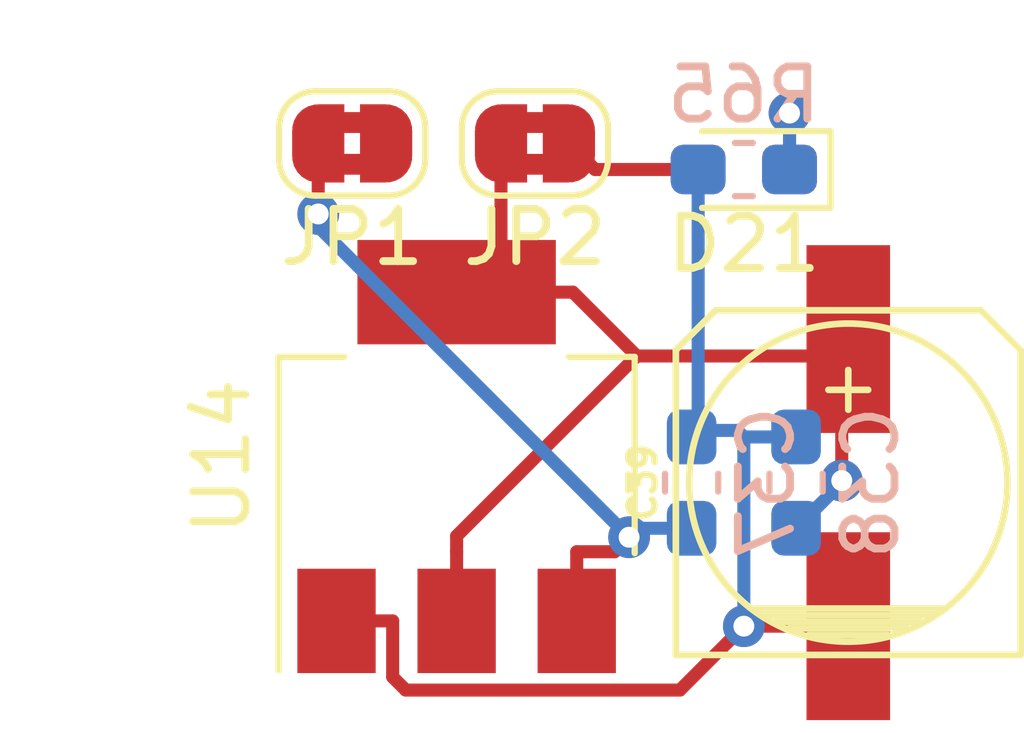
<source format=kicad_pcb>
(kicad_pcb (version 20171130) (host pcbnew 5.0.2-bee76a0~70~ubuntu18.04.1)

  (general
    (thickness 1.6)
    (drawings 0)
    (tracks 44)
    (zones 0)
    (modules 8)
    (nets 7)
  )

  (page A4)
  (layers
    (0 F.Cu signal)
    (31 B.Cu signal)
    (32 B.Adhes user)
    (33 F.Adhes user)
    (34 B.Paste user)
    (35 F.Paste user)
    (36 B.SilkS user)
    (37 F.SilkS user)
    (38 B.Mask user)
    (39 F.Mask user)
    (40 Dwgs.User user)
    (41 Cmts.User user)
    (42 Eco1.User user)
    (43 Eco2.User user)
    (44 Edge.Cuts user)
    (45 Margin user)
    (46 B.CrtYd user)
    (47 F.CrtYd user)
    (48 B.Fab user)
    (49 F.Fab user)
  )

  (setup
    (last_trace_width 0.25)
    (trace_clearance 0.2)
    (zone_clearance 0.508)
    (zone_45_only no)
    (trace_min 0.2)
    (segment_width 0.2)
    (edge_width 0.1)
    (via_size 0.8)
    (via_drill 0.4)
    (via_min_size 0.4)
    (via_min_drill 0.3)
    (uvia_size 0.3)
    (uvia_drill 0.1)
    (uvias_allowed no)
    (uvia_min_size 0.2)
    (uvia_min_drill 0.1)
    (pcb_text_width 0.3)
    (pcb_text_size 1.5 1.5)
    (mod_edge_width 0.15)
    (mod_text_size 1 1)
    (mod_text_width 0.15)
    (pad_size 1.5 1.5)
    (pad_drill 0.6)
    (pad_to_mask_clearance 0)
    (solder_mask_min_width 0.25)
    (aux_axis_origin 0 0)
    (visible_elements FFFFEF7F)
    (pcbplotparams
      (layerselection 0x010fc_ffffffff)
      (usegerberextensions false)
      (usegerberattributes false)
      (usegerberadvancedattributes false)
      (creategerberjobfile false)
      (excludeedgelayer true)
      (linewidth 0.100000)
      (plotframeref false)
      (viasonmask false)
      (mode 1)
      (useauxorigin false)
      (hpglpennumber 1)
      (hpglpenspeed 20)
      (hpglpendiameter 15.000000)
      (psnegative false)
      (psa4output false)
      (plotreference true)
      (plotvalue true)
      (plotinvisibletext false)
      (padsonsilk false)
      (subtractmaskfromsilk false)
      (outputformat 1)
      (mirror false)
      (drillshape 1)
      (scaleselection 1)
      (outputdirectory ""))
  )

  (net 0 "")
  (net 1 "Net-(C38-Pad1)")
  (net 2 GND)
  (net 3 "Net-(D21-Pad1)")
  (net 4 "Net-(C37-Pad1)")
  (net 5 +3V3)
  (net 6 +5V)

  (net_class Default "This is the default net class."
    (clearance 0.2)
    (trace_width 0.25)
    (via_dia 0.8)
    (via_drill 0.4)
    (uvia_dia 0.3)
    (uvia_drill 0.1)
    (add_net +3V3)
    (add_net +5V)
    (add_net GND)
    (add_net "Net-(C37-Pad1)")
    (add_net "Net-(C38-Pad1)")
    (add_net "Net-(D21-Pad1)")
  )

  (module Capacitor_SMD:C_0603_1608Metric_Pad1.05x0.95mm_HandSolder (layer B.Cu) (tedit 5B301BBE) (tstamp 5CC4B10A)
    (at 26 23 90)
    (descr "Capacitor SMD 0603 (1608 Metric), square (rectangular) end terminal, IPC_7351 nominal with elongated pad for handsoldering. (Body size source: http://www.tortai-tech.com/upload/download/2011102023233369053.pdf), generated with kicad-footprint-generator")
    (tags "capacitor handsolder")
    (path /5C0D4465)
    (attr smd)
    (fp_text reference C38 (at 0 1.43 90) (layer B.SilkS)
      (effects (font (size 1 1) (thickness 0.15)) (justify mirror))
    )
    (fp_text value C104,0603 (at 0 -1.43 90) (layer B.Fab)
      (effects (font (size 1 1) (thickness 0.15)) (justify mirror))
    )
    (fp_text user %R (at 0 0 90) (layer B.Fab)
      (effects (font (size 0.4 0.4) (thickness 0.06)) (justify mirror))
    )
    (fp_line (start 1.65 -0.73) (end -1.65 -0.73) (layer B.CrtYd) (width 0.05))
    (fp_line (start 1.65 0.73) (end 1.65 -0.73) (layer B.CrtYd) (width 0.05))
    (fp_line (start -1.65 0.73) (end 1.65 0.73) (layer B.CrtYd) (width 0.05))
    (fp_line (start -1.65 -0.73) (end -1.65 0.73) (layer B.CrtYd) (width 0.05))
    (fp_line (start -0.171267 -0.51) (end 0.171267 -0.51) (layer B.SilkS) (width 0.12))
    (fp_line (start -0.171267 0.51) (end 0.171267 0.51) (layer B.SilkS) (width 0.12))
    (fp_line (start 0.8 -0.4) (end -0.8 -0.4) (layer B.Fab) (width 0.1))
    (fp_line (start 0.8 0.4) (end 0.8 -0.4) (layer B.Fab) (width 0.1))
    (fp_line (start -0.8 0.4) (end 0.8 0.4) (layer B.Fab) (width 0.1))
    (fp_line (start -0.8 -0.4) (end -0.8 0.4) (layer B.Fab) (width 0.1))
    (pad 2 smd roundrect (at 0.875 0 90) (size 1.05 0.95) (layers B.Cu B.Paste B.Mask) (roundrect_rratio 0.25)
      (net 2 GND))
    (pad 1 smd roundrect (at -0.875 0 90) (size 1.05 0.95) (layers B.Cu B.Paste B.Mask) (roundrect_rratio 0.25)
      (net 1 "Net-(C38-Pad1)"))
    (model ${KISYS3DMOD}/Capacitor_SMD.3dshapes/C_0603_1608Metric.wrl
      (at (xyz 0 0 0))
      (scale (xyz 1 1 1))
      (rotate (xyz 0 0 0))
    )
  )

  (module Capacitor_SMD:C_0603_1608Metric_Pad1.05x0.95mm_HandSolder (layer B.Cu) (tedit 5B301BBE) (tstamp 5CC4B0F9)
    (at 24 23 90)
    (descr "Capacitor SMD 0603 (1608 Metric), square (rectangular) end terminal, IPC_7351 nominal with elongated pad for handsoldering. (Body size source: http://www.tortai-tech.com/upload/download/2011102023233369053.pdf), generated with kicad-footprint-generator")
    (tags "capacitor handsolder")
    (path /5C0AD74D)
    (attr smd)
    (fp_text reference C37 (at 0 1.43 90) (layer B.SilkS)
      (effects (font (size 1 1) (thickness 0.15)) (justify mirror))
    )
    (fp_text value C104,0603 (at 0 -1.43 90) (layer B.Fab)
      (effects (font (size 1 1) (thickness 0.15)) (justify mirror))
    )
    (fp_line (start -0.8 -0.4) (end -0.8 0.4) (layer B.Fab) (width 0.1))
    (fp_line (start -0.8 0.4) (end 0.8 0.4) (layer B.Fab) (width 0.1))
    (fp_line (start 0.8 0.4) (end 0.8 -0.4) (layer B.Fab) (width 0.1))
    (fp_line (start 0.8 -0.4) (end -0.8 -0.4) (layer B.Fab) (width 0.1))
    (fp_line (start -0.171267 0.51) (end 0.171267 0.51) (layer B.SilkS) (width 0.12))
    (fp_line (start -0.171267 -0.51) (end 0.171267 -0.51) (layer B.SilkS) (width 0.12))
    (fp_line (start -1.65 -0.73) (end -1.65 0.73) (layer B.CrtYd) (width 0.05))
    (fp_line (start -1.65 0.73) (end 1.65 0.73) (layer B.CrtYd) (width 0.05))
    (fp_line (start 1.65 0.73) (end 1.65 -0.73) (layer B.CrtYd) (width 0.05))
    (fp_line (start 1.65 -0.73) (end -1.65 -0.73) (layer B.CrtYd) (width 0.05))
    (fp_text user %R (at 0 0 90) (layer B.Fab)
      (effects (font (size 0.4 0.4) (thickness 0.06)) (justify mirror))
    )
    (pad 1 smd roundrect (at -0.875 0 90) (size 1.05 0.95) (layers B.Cu B.Paste B.Mask) (roundrect_rratio 0.25)
      (net 4 "Net-(C37-Pad1)"))
    (pad 2 smd roundrect (at 0.875 0 90) (size 1.05 0.95) (layers B.Cu B.Paste B.Mask) (roundrect_rratio 0.25)
      (net 2 GND))
    (model ${KISYS3DMOD}/Capacitor_SMD.3dshapes/C_0603_1608Metric.wrl
      (at (xyz 0 0 0))
      (scale (xyz 1 1 1))
      (rotate (xyz 0 0 0))
    )
  )

  (module Jumper:SolderJumper-2_P1.3mm_Bridged2Bar_RoundedPad1.0x1.5mm (layer F.Cu) (tedit 5B3916F8) (tstamp 5CC4B0E8)
    (at 21 16.5 180)
    (descr "SMD Solder Jumper, 1x1.5mm, rounded Pads, 0.3mm gap, bridged with 2 copper strips")
    (tags "solder jumper open")
    (path /5C148F3B)
    (attr virtual)
    (fp_text reference JP2 (at 0 -1.8 180) (layer F.SilkS)
      (effects (font (size 1 1) (thickness 0.15)))
    )
    (fp_text value Jumper_NO_Small (at 0 1.9 180) (layer F.Fab)
      (effects (font (size 1 1) (thickness 0.15)))
    )
    (fp_line (start 1.65 1.25) (end -1.65 1.25) (layer F.CrtYd) (width 0.05))
    (fp_line (start 1.65 1.25) (end 1.65 -1.25) (layer F.CrtYd) (width 0.05))
    (fp_line (start -1.65 -1.25) (end -1.65 1.25) (layer F.CrtYd) (width 0.05))
    (fp_line (start -1.65 -1.25) (end 1.65 -1.25) (layer F.CrtYd) (width 0.05))
    (fp_line (start -0.7 -1) (end 0.7 -1) (layer F.SilkS) (width 0.12))
    (fp_line (start 1.4 -0.3) (end 1.4 0.3) (layer F.SilkS) (width 0.12))
    (fp_line (start 0.7 1) (end -0.7 1) (layer F.SilkS) (width 0.12))
    (fp_line (start -1.4 0.3) (end -1.4 -0.3) (layer F.SilkS) (width 0.12))
    (fp_arc (start -0.7 -0.3) (end -0.7 -1) (angle -90) (layer F.SilkS) (width 0.12))
    (fp_arc (start -0.7 0.3) (end -1.4 0.3) (angle -90) (layer F.SilkS) (width 0.12))
    (fp_arc (start 0.7 0.3) (end 0.7 1) (angle -90) (layer F.SilkS) (width 0.12))
    (fp_arc (start 0.7 -0.3) (end 1.4 -0.3) (angle -90) (layer F.SilkS) (width 0.12))
    (pad 2 smd custom (at 0.65 0 180) (size 1 0.5) (layers F.Cu F.Mask)
      (net 1 "Net-(C38-Pad1)") (zone_connect 0)
      (options (clearance outline) (anchor rect))
      (primitives
        (gr_circle (center 0 0.25) (end 0.5 0.25) (width 0))
        (gr_circle (center 0 -0.25) (end 0.5 -0.25) (width 0))
        (gr_poly (pts
           (xy -0.5 0.75) (xy -0.5 -0.75) (xy 0 -0.75) (xy 0 0.75)) (width 0))
      ))
    (pad 1 smd custom (at -0.65 0 180) (size 1 0.5) (layers F.Cu F.Mask)
      (net 5 +3V3) (zone_connect 0)
      (options (clearance outline) (anchor rect))
      (primitives
        (gr_circle (center 0 0.25) (end 0.5 0.25) (width 0))
        (gr_circle (center 0 -0.25) (end 0.5 -0.25) (width 0))
        (gr_poly (pts
           (xy 0.5 0.75) (xy 0.5 -0.75) (xy 0 -0.75) (xy 0 0.75)) (width 0))
        (gr_poly (pts
           (xy 0.4 0.2) (xy 0.9 0.2) (xy 0.9 0.6) (xy 0.4 0.6)) (width 0))
        (gr_poly (pts
           (xy 0.4 -0.6) (xy 0.9 -0.6) (xy 0.9 -0.2) (xy 0.4 -0.2)) (width 0))
      ))
  )

  (module Jumper:SolderJumper-2_P1.3mm_Bridged2Bar_RoundedPad1.0x1.5mm (layer F.Cu) (tedit 5B3916F8) (tstamp 5CC4B0D6)
    (at 17.5 16.5 180)
    (descr "SMD Solder Jumper, 1x1.5mm, rounded Pads, 0.3mm gap, bridged with 2 copper strips")
    (tags "solder jumper open")
    (path /5C148323)
    (attr virtual)
    (fp_text reference JP1 (at 0 -1.8 180) (layer F.SilkS)
      (effects (font (size 1 1) (thickness 0.15)))
    )
    (fp_text value Jumper_NO_Small (at 0 1.9 180) (layer F.Fab)
      (effects (font (size 1 1) (thickness 0.15)))
    )
    (fp_arc (start 0.7 -0.3) (end 1.4 -0.3) (angle -90) (layer F.SilkS) (width 0.12))
    (fp_arc (start 0.7 0.3) (end 0.7 1) (angle -90) (layer F.SilkS) (width 0.12))
    (fp_arc (start -0.7 0.3) (end -1.4 0.3) (angle -90) (layer F.SilkS) (width 0.12))
    (fp_arc (start -0.7 -0.3) (end -0.7 -1) (angle -90) (layer F.SilkS) (width 0.12))
    (fp_line (start -1.4 0.3) (end -1.4 -0.3) (layer F.SilkS) (width 0.12))
    (fp_line (start 0.7 1) (end -0.7 1) (layer F.SilkS) (width 0.12))
    (fp_line (start 1.4 -0.3) (end 1.4 0.3) (layer F.SilkS) (width 0.12))
    (fp_line (start -0.7 -1) (end 0.7 -1) (layer F.SilkS) (width 0.12))
    (fp_line (start -1.65 -1.25) (end 1.65 -1.25) (layer F.CrtYd) (width 0.05))
    (fp_line (start -1.65 -1.25) (end -1.65 1.25) (layer F.CrtYd) (width 0.05))
    (fp_line (start 1.65 1.25) (end 1.65 -1.25) (layer F.CrtYd) (width 0.05))
    (fp_line (start 1.65 1.25) (end -1.65 1.25) (layer F.CrtYd) (width 0.05))
    (pad 1 smd custom (at -0.65 0 180) (size 1 0.5) (layers F.Cu F.Mask)
      (net 6 +5V) (zone_connect 0)
      (options (clearance outline) (anchor rect))
      (primitives
        (gr_circle (center 0 0.25) (end 0.5 0.25) (width 0))
        (gr_circle (center 0 -0.25) (end 0.5 -0.25) (width 0))
        (gr_poly (pts
           (xy 0.5 0.75) (xy 0.5 -0.75) (xy 0 -0.75) (xy 0 0.75)) (width 0))
        (gr_poly (pts
           (xy 0.4 0.2) (xy 0.9 0.2) (xy 0.9 0.6) (xy 0.4 0.6)) (width 0))
        (gr_poly (pts
           (xy 0.4 -0.6) (xy 0.9 -0.6) (xy 0.9 -0.2) (xy 0.4 -0.2)) (width 0))
      ))
    (pad 2 smd custom (at 0.65 0 180) (size 1 0.5) (layers F.Cu F.Mask)
      (net 4 "Net-(C37-Pad1)") (zone_connect 0)
      (options (clearance outline) (anchor rect))
      (primitives
        (gr_circle (center 0 0.25) (end 0.5 0.25) (width 0))
        (gr_circle (center 0 -0.25) (end 0.5 -0.25) (width 0))
        (gr_poly (pts
           (xy -0.5 0.75) (xy -0.5 -0.75) (xy 0 -0.75) (xy 0 0.75)) (width 0))
      ))
  )

  (module LED_SMD:LED_0603_1608Metric_Pad1.05x0.95mm_HandSolder (layer F.Cu) (tedit 5B4B45C9) (tstamp 5CC4B0C4)
    (at 25 17 180)
    (descr "LED SMD 0603 (1608 Metric), square (rectangular) end terminal, IPC_7351 nominal, (Body size source: http://www.tortai-tech.com/upload/download/2011102023233369053.pdf), generated with kicad-footprint-generator")
    (tags "LED handsolder")
    (path /5C0D46AA)
    (attr smd)
    (fp_text reference D21 (at 0 -1.43 180) (layer F.SilkS)
      (effects (font (size 1 1) (thickness 0.15)))
    )
    (fp_text value "3v3 HEALTHY" (at 0 1.43 180) (layer F.Fab)
      (effects (font (size 1 1) (thickness 0.15)))
    )
    (fp_line (start 0.8 -0.4) (end -0.5 -0.4) (layer F.Fab) (width 0.1))
    (fp_line (start -0.5 -0.4) (end -0.8 -0.1) (layer F.Fab) (width 0.1))
    (fp_line (start -0.8 -0.1) (end -0.8 0.4) (layer F.Fab) (width 0.1))
    (fp_line (start -0.8 0.4) (end 0.8 0.4) (layer F.Fab) (width 0.1))
    (fp_line (start 0.8 0.4) (end 0.8 -0.4) (layer F.Fab) (width 0.1))
    (fp_line (start 0.8 -0.735) (end -1.66 -0.735) (layer F.SilkS) (width 0.12))
    (fp_line (start -1.66 -0.735) (end -1.66 0.735) (layer F.SilkS) (width 0.12))
    (fp_line (start -1.66 0.735) (end 0.8 0.735) (layer F.SilkS) (width 0.12))
    (fp_line (start -1.65 0.73) (end -1.65 -0.73) (layer F.CrtYd) (width 0.05))
    (fp_line (start -1.65 -0.73) (end 1.65 -0.73) (layer F.CrtYd) (width 0.05))
    (fp_line (start 1.65 -0.73) (end 1.65 0.73) (layer F.CrtYd) (width 0.05))
    (fp_line (start 1.65 0.73) (end -1.65 0.73) (layer F.CrtYd) (width 0.05))
    (fp_text user %R (at 0 0 180) (layer F.Fab)
      (effects (font (size 0.4 0.4) (thickness 0.06)))
    )
    (pad 1 smd roundrect (at -0.875 0 180) (size 1.05 0.95) (layers F.Cu F.Paste F.Mask) (roundrect_rratio 0.25)
      (net 3 "Net-(D21-Pad1)"))
    (pad 2 smd roundrect (at 0.875 0 180) (size 1.05 0.95) (layers F.Cu F.Paste F.Mask) (roundrect_rratio 0.25)
      (net 5 +3V3))
    (model ${KISYS3DMOD}/LED_SMD.3dshapes/LED_0603_1608Metric.wrl
      (at (xyz 0 0 0))
      (scale (xyz 1 1 1))
      (rotate (xyz 0 0 0))
    )
  )

  (module Package_TO_SOT_SMD:SOT-223-3_TabPin2 (layer F.Cu) (tedit 5A02FF57) (tstamp 5CC4B0B1)
    (at 19.5 22.5 90)
    (descr "module CMS SOT223 4 pins")
    (tags "CMS SOT")
    (path /5C0AD747)
    (attr smd)
    (fp_text reference U14 (at 0 -4.5 90) (layer F.SilkS)
      (effects (font (size 1 1) (thickness 0.15)))
    )
    (fp_text value AMS1117-3.3 (at 0 4.5 90) (layer F.Fab)
      (effects (font (size 1 1) (thickness 0.15)))
    )
    (fp_text user %R (at 0 0 180) (layer F.Fab)
      (effects (font (size 0.8 0.8) (thickness 0.12)))
    )
    (fp_line (start 1.91 3.41) (end 1.91 2.15) (layer F.SilkS) (width 0.12))
    (fp_line (start 1.91 -3.41) (end 1.91 -2.15) (layer F.SilkS) (width 0.12))
    (fp_line (start 4.4 -3.6) (end -4.4 -3.6) (layer F.CrtYd) (width 0.05))
    (fp_line (start 4.4 3.6) (end 4.4 -3.6) (layer F.CrtYd) (width 0.05))
    (fp_line (start -4.4 3.6) (end 4.4 3.6) (layer F.CrtYd) (width 0.05))
    (fp_line (start -4.4 -3.6) (end -4.4 3.6) (layer F.CrtYd) (width 0.05))
    (fp_line (start -1.85 -2.35) (end -0.85 -3.35) (layer F.Fab) (width 0.1))
    (fp_line (start -1.85 -2.35) (end -1.85 3.35) (layer F.Fab) (width 0.1))
    (fp_line (start -1.85 3.41) (end 1.91 3.41) (layer F.SilkS) (width 0.12))
    (fp_line (start -0.85 -3.35) (end 1.85 -3.35) (layer F.Fab) (width 0.1))
    (fp_line (start -4.1 -3.41) (end 1.91 -3.41) (layer F.SilkS) (width 0.12))
    (fp_line (start -1.85 3.35) (end 1.85 3.35) (layer F.Fab) (width 0.1))
    (fp_line (start 1.85 -3.35) (end 1.85 3.35) (layer F.Fab) (width 0.1))
    (pad 2 smd rect (at 3.15 0 90) (size 2 3.8) (layers F.Cu F.Paste F.Mask)
      (net 1 "Net-(C38-Pad1)"))
    (pad 2 smd rect (at -3.15 0 90) (size 2 1.5) (layers F.Cu F.Paste F.Mask)
      (net 1 "Net-(C38-Pad1)"))
    (pad 3 smd rect (at -3.15 2.3 90) (size 2 1.5) (layers F.Cu F.Paste F.Mask)
      (net 4 "Net-(C37-Pad1)"))
    (pad 1 smd rect (at -3.15 -2.3 90) (size 2 1.5) (layers F.Cu F.Paste F.Mask)
      (net 2 GND))
    (model ${KISYS3DMOD}/Package_TO_SOT_SMD.3dshapes/SOT-223.wrl
      (at (xyz 0 0 0))
      (scale (xyz 1 1 1))
      (rotate (xyz 0 0 0))
    )
  )

  (module Resistor_SMD:R_0603_1608Metric_Pad1.05x0.95mm_HandSolder (layer B.Cu) (tedit 5B301BBD) (tstamp 5CC4B09B)
    (at 25 17 180)
    (descr "Resistor SMD 0603 (1608 Metric), square (rectangular) end terminal, IPC_7351 nominal with elongated pad for handsoldering. (Body size source: http://www.tortai-tech.com/upload/download/2011102023233369053.pdf), generated with kicad-footprint-generator")
    (tags "resistor handsolder")
    (path /5C0C1058)
    (attr smd)
    (fp_text reference R65 (at 0 1.43 180) (layer B.SilkS)
      (effects (font (size 1 1) (thickness 0.15)) (justify mirror))
    )
    (fp_text value R102,0603 (at 0 -1.43 180) (layer B.Fab)
      (effects (font (size 1 1) (thickness 0.15)) (justify mirror))
    )
    (fp_line (start -0.8 -0.4) (end -0.8 0.4) (layer B.Fab) (width 0.1))
    (fp_line (start -0.8 0.4) (end 0.8 0.4) (layer B.Fab) (width 0.1))
    (fp_line (start 0.8 0.4) (end 0.8 -0.4) (layer B.Fab) (width 0.1))
    (fp_line (start 0.8 -0.4) (end -0.8 -0.4) (layer B.Fab) (width 0.1))
    (fp_line (start -0.171267 0.51) (end 0.171267 0.51) (layer B.SilkS) (width 0.12))
    (fp_line (start -0.171267 -0.51) (end 0.171267 -0.51) (layer B.SilkS) (width 0.12))
    (fp_line (start -1.65 -0.73) (end -1.65 0.73) (layer B.CrtYd) (width 0.05))
    (fp_line (start -1.65 0.73) (end 1.65 0.73) (layer B.CrtYd) (width 0.05))
    (fp_line (start 1.65 0.73) (end 1.65 -0.73) (layer B.CrtYd) (width 0.05))
    (fp_line (start 1.65 -0.73) (end -1.65 -0.73) (layer B.CrtYd) (width 0.05))
    (fp_text user %R (at 0 0 180) (layer B.Fab)
      (effects (font (size 0.4 0.4) (thickness 0.06)) (justify mirror))
    )
    (pad 1 smd roundrect (at -0.875 0 180) (size 1.05 0.95) (layers B.Cu B.Paste B.Mask) (roundrect_rratio 0.25)
      (net 3 "Net-(D21-Pad1)"))
    (pad 2 smd roundrect (at 0.875 0 180) (size 1.05 0.95) (layers B.Cu B.Paste B.Mask) (roundrect_rratio 0.25)
      (net 2 GND))
    (model ${KISYS3DMOD}/Resistor_SMD.3dshapes/R_0603_1608Metric.wrl
      (at (xyz 0 0 0))
      (scale (xyz 1 1 1))
      (rotate (xyz 0 0 0))
    )
  )

  (module w_smd_cap:c_elec_6.3x7.7 (layer F.Cu) (tedit 0) (tstamp 5CC4B08A)
    (at 27 23 90)
    (descr "SMT capacitor, aluminium electrolytic, 6.3x7.7")
    (path /5C04F461)
    (fp_text reference C39 (at 0 -3.937 90) (layer F.SilkS)
      (effects (font (size 0.50038 0.50038) (thickness 0.11938)))
    )
    (fp_text value CP47uf,50V (at 0 3.81 90) (layer F.SilkS) hide
      (effects (font (size 0.50038 0.50038) (thickness 0.11938)))
    )
    (fp_line (start -2.921 -0.762) (end -2.921 0.762) (layer F.SilkS) (width 0.127))
    (fp_line (start -2.794 1.143) (end -2.794 -1.143) (layer F.SilkS) (width 0.127))
    (fp_line (start -2.667 -1.397) (end -2.667 1.397) (layer F.SilkS) (width 0.127))
    (fp_line (start -2.54 1.651) (end -2.54 -1.651) (layer F.SilkS) (width 0.127))
    (fp_line (start -2.413 -1.778) (end -2.413 1.778) (layer F.SilkS) (width 0.127))
    (fp_circle (center 0 0) (end -3.048 0) (layer F.SilkS) (width 0.127))
    (fp_line (start -3.302 -3.302) (end -3.302 3.302) (layer F.SilkS) (width 0.127))
    (fp_line (start -3.302 3.302) (end 2.54 3.302) (layer F.SilkS) (width 0.127))
    (fp_line (start 2.54 3.302) (end 3.302 2.54) (layer F.SilkS) (width 0.127))
    (fp_line (start 3.302 2.54) (end 3.302 -2.54) (layer F.SilkS) (width 0.127))
    (fp_line (start 3.302 -2.54) (end 2.54 -3.302) (layer F.SilkS) (width 0.127))
    (fp_line (start 2.54 -3.302) (end -3.302 -3.302) (layer F.SilkS) (width 0.127))
    (fp_line (start 2.159 0) (end 1.397 0) (layer F.SilkS) (width 0.127))
    (fp_line (start 1.778 -0.381) (end 1.778 0.381) (layer F.SilkS) (width 0.127))
    (pad 1 smd rect (at 2.75082 0 90) (size 3.59918 1.6002) (layers F.Cu F.Paste F.Mask)
      (net 1 "Net-(C38-Pad1)"))
    (pad 2 smd rect (at -2.75082 0 90) (size 3.59918 1.6002) (layers F.Cu F.Paste F.Mask)
      (net 2 GND))
    (model ${HOME}/_workspace/kicad/kicad_library/smisioto-footprints/modules/packages3d/walter/smd_cap/c_elec_6_3x7_7.wrl
      (at (xyz 0 0 0))
      (scale (xyz 1 1 1))
      (rotate (xyz 0 0 0))
    )
  )

  (segment (start 26.875 20.5738) (end 26.875 22.9618) (width 0.25) (layer F.Cu) (net 1))
  (segment (start 27 20.2492) (end 26.875 20.3742) (width 0.25) (layer F.Cu) (net 1))
  (segment (start 26.875 20.3742) (end 26.875 20.5738) (width 0.25) (layer F.Cu) (net 1))
  (segment (start 26.875 20.5738) (end 22.9491 20.5738) (width 0.25) (layer F.Cu) (net 1))
  (segment (start 26 23.875) (end 26.875 23) (width 0.25) (layer B.Cu) (net 1))
  (segment (start 26.875 23) (end 26.875 22.9618) (width 0.25) (layer B.Cu) (net 1))
  (segment (start 22.9491 20.5738) (end 19.5 24.0229) (width 0.25) (layer F.Cu) (net 1))
  (segment (start 19.5 24.0229) (end 19.5 24.3247) (width 0.25) (layer F.Cu) (net 1))
  (segment (start 22.9491 20.5738) (end 21.7253 19.35) (width 0.25) (layer F.Cu) (net 1))
  (segment (start 20.075 19.35) (end 20.35 19.075) (width 0.25) (layer F.Cu) (net 1))
  (segment (start 20.35 19.075) (end 20.35 16.5) (width 0.25) (layer F.Cu) (net 1))
  (segment (start 20.075 19.35) (end 21.7253 19.35) (width 0.25) (layer F.Cu) (net 1))
  (segment (start 19.5 19.35) (end 20.075 19.35) (width 0.25) (layer F.Cu) (net 1))
  (segment (start 19.5 25.65) (end 19.5 24.3247) (width 0.25) (layer F.Cu) (net 1))
  (via (at 26.875 22.9618) (size 0.8) (layers F.Cu B.Cu) (net 1))
  (segment (start 25 25.7508) (end 23.7754 26.9754) (width 0.25) (layer F.Cu) (net 2))
  (segment (start 23.7754 26.9754) (end 18.5254 26.9754) (width 0.25) (layer F.Cu) (net 2))
  (segment (start 18.5254 26.9754) (end 18.2753 26.7253) (width 0.25) (layer F.Cu) (net 2))
  (segment (start 18.2753 26.7253) (end 18.2753 25.65) (width 0.25) (layer F.Cu) (net 2))
  (segment (start 26.1248 25.7508) (end 25 25.7508) (width 0.25) (layer F.Cu) (net 2))
  (segment (start 25 22.125) (end 25 25.7508) (width 0.25) (layer B.Cu) (net 2))
  (segment (start 25 22.125) (end 26 22.125) (width 0.25) (layer B.Cu) (net 2))
  (segment (start 24.125 22) (end 24.875 22) (width 0.25) (layer B.Cu) (net 2))
  (segment (start 24.875 22) (end 25 22.125) (width 0.25) (layer B.Cu) (net 2))
  (segment (start 27 25.7508) (end 26.1248 25.7508) (width 0.25) (layer F.Cu) (net 2))
  (segment (start 17.2 25.65) (end 18.2753 25.65) (width 0.25) (layer F.Cu) (net 2))
  (segment (start 24.125 22) (end 24 22.125) (width 0.25) (layer B.Cu) (net 2))
  (segment (start 24.125 17) (end 24.125 22) (width 0.25) (layer B.Cu) (net 2))
  (via (at 25 25.7508) (size 0.8) (layers F.Cu B.Cu) (net 2))
  (segment (start 25.875 17) (end 25.875 15.9193) (width 0.25) (layer F.Cu) (net 3))
  (segment (start 25.875 17) (end 25.875 15.9193) (width 0.25) (layer B.Cu) (net 3))
  (via (at 25.875 15.9193) (size 0.8) (layers F.Cu B.Cu) (net 3))
  (segment (start 16.85 17.8518) (end 16.85 16.5) (width 0.25) (layer F.Cu) (net 4))
  (segment (start 22.803 24.0464) (end 16.85 18.0934) (width 0.25) (layer B.Cu) (net 4))
  (segment (start 16.85 18.0934) (end 16.85 17.8518) (width 0.25) (layer B.Cu) (net 4))
  (segment (start 21.8 25.65) (end 21.8 24.3247) (width 0.25) (layer F.Cu) (net 4))
  (segment (start 21.8 24.3247) (end 22.5247 24.3247) (width 0.25) (layer F.Cu) (net 4))
  (segment (start 22.5247 24.3247) (end 22.803 24.0464) (width 0.25) (layer F.Cu) (net 4))
  (segment (start 24 23.875) (end 22.9744 23.875) (width 0.25) (layer B.Cu) (net 4))
  (segment (start 22.9744 23.875) (end 22.803 24.0464) (width 0.25) (layer B.Cu) (net 4))
  (via (at 16.85 17.8518) (size 0.8) (layers F.Cu B.Cu) (net 4))
  (via (at 22.803 24.0464) (size 0.8) (layers F.Cu B.Cu) (net 4))
  (segment (start 24.125 17) (end 22.15 17) (width 0.25) (layer F.Cu) (net 5))
  (segment (start 22.15 17) (end 21.65 16.5) (width 0.25) (layer F.Cu) (net 5))

)

</source>
